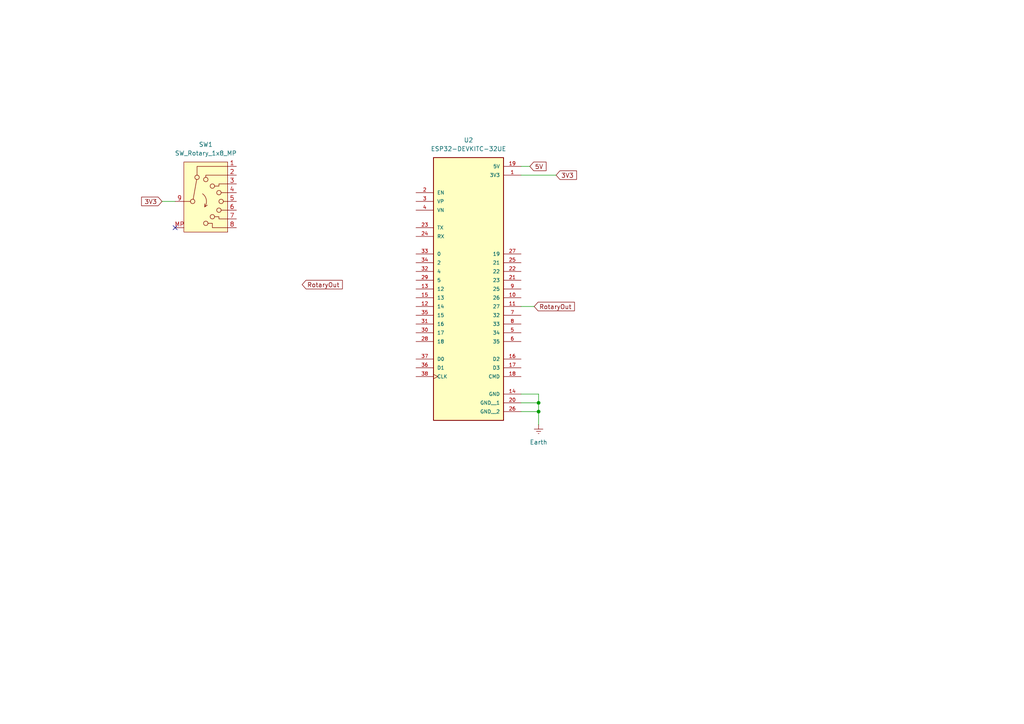
<source format=kicad_sch>
(kicad_sch (version 20231120) (generator "eeschema") (generator_version "8.0")
  (paper "A4")
  (lib_symbols
    (symbol "ESP32-DEVKITC-32UE:ESP32-DEVKITC-32UE" (pin_names (offset 1.016))
      (property "Reference" "U" (at -10.16 36.83 0))
      (property "Value" "ESP32-DEVKITC-32UE" (at -10.16 -43.18 0))
      (symbol "ESP32-DEVKITC-32UE_0_0"
        (rectangle (start -10.16 -40.64) (end 10.16 35.56) (stroke (width 0.254)) (fill (type background)))
        (pin power_in line (at 15.24 30.48 180) (length 5.08) (name "3V3") (number "1"))
        (pin bidirectional line (at 15.24 -5.08 180) (length 5.08) (name "26") (number "10"))
        (pin bidirectional line (at 15.24 -7.62 180) (length 5.08) (name "27") (number "11"))
        (pin bidirectional line (at -15.24 -7.62 0) (length 5.08) (name "14") (number "12"))
        (pin bidirectional line (at -15.24 -2.54 0) (length 5.08) (name "12") (number "13"))
        (pin power_in line (at 15.24 -33.02 180) (length 5.08) (name "GND") (number "14"))
        (pin bidirectional line (at -15.24 -5.08 0) (length 5.08) (name "13") (number "15"))
        (pin bidirectional line (at 15.24 -22.86 180) (length 5.08) (name "D2") (number "16"))
        (pin bidirectional line (at 15.24 -25.4 180) (length 5.08) (name "D3") (number "17"))
        (pin bidirectional line (at 15.24 -27.94 180) (length 5.08) (name "CMD") (number "18"))
        (pin power_in line (at 15.24 33.02 180) (length 5.08) (name "5V") (number "19"))
        (pin input line (at -15.24 25.4 0) (length 5.08) (name "EN") (number "2"))
        (pin power_in line (at 15.24 -35.56 180) (length 5.08) (name "GND__1") (number "20"))
        (pin bidirectional line (at 15.24 0 180) (length 5.08) (name "23") (number "21"))
        (pin bidirectional line (at 15.24 2.54 180) (length 5.08) (name "22") (number "22"))
        (pin bidirectional line (at -15.24 15.24 0) (length 5.08) (name "TX") (number "23"))
        (pin bidirectional line (at -15.24 12.7 0) (length 5.08) (name "RX") (number "24"))
        (pin bidirectional line (at 15.24 5.08 180) (length 5.08) (name "21") (number "25"))
        (pin power_in line (at 15.24 -38.1 180) (length 5.08) (name "GND__2") (number "26"))
        (pin bidirectional line (at 15.24 7.62 180) (length 5.08) (name "19") (number "27"))
        (pin bidirectional line (at -15.24 -17.78 0) (length 5.08) (name "18") (number "28"))
        (pin bidirectional line (at -15.24 0 0) (length 5.08) (name "5") (number "29"))
        (pin input line (at -15.24 22.86 0) (length 5.08) (name "VP") (number "3"))
        (pin bidirectional line (at -15.24 -15.24 0) (length 5.08) (name "17") (number "30"))
        (pin bidirectional line (at -15.24 -12.7 0) (length 5.08) (name "16") (number "31"))
        (pin bidirectional line (at -15.24 2.54 0) (length 5.08) (name "4") (number "32"))
        (pin bidirectional line (at -15.24 7.62 0) (length 5.08) (name "0") (number "33"))
        (pin bidirectional line (at -15.24 5.08 0) (length 5.08) (name "2") (number "34"))
        (pin bidirectional line (at -15.24 -10.16 0) (length 5.08) (name "15") (number "35"))
        (pin bidirectional line (at -15.24 -25.4 0) (length 5.08) (name "D1") (number "36"))
        (pin bidirectional line (at -15.24 -22.86 0) (length 5.08) (name "D0") (number "37"))
        (pin bidirectional clock (at -15.24 -27.94 0) (length 5.08) (name "CLK") (number "38"))
        (pin input line (at -15.24 20.32 0) (length 5.08) (name "VN") (number "4"))
        (pin bidirectional line (at 15.24 -15.24 180) (length 5.08) (name "34") (number "5"))
        (pin bidirectional line (at 15.24 -17.78 180) (length 5.08) (name "35") (number "6"))
        (pin bidirectional line (at 15.24 -10.16 180) (length 5.08) (name "32") (number "7"))
        (pin bidirectional line (at 15.24 -12.7 180) (length 5.08) (name "33") (number "8"))
        (pin bidirectional line (at 15.24 -2.54 180) (length 5.08) (name "25") (number "9"))
      )
    )
    (symbol "Switch:SW_Rotary_1x8_MP" (pin_names hide)
      (property "Reference" "SW" (at 0 12.7 0))
      (property "Value" "SW_Rotary_1x8_MP" (at 10.16 -10.16 0))
      (symbol "SW_Rotary_1x8_MP_0_1"
        (circle (center -5.08 0) (radius 0.635))
        (circle (center -3.81 6.985) (radius 0.635))
        (arc (start -1.5876 -1.5875) (mid -1.116 0.449) (end -2.2226 2.2225))
        (circle (center -1.27 -6.35) (radius 0.635))
        (circle (center -1.27 6.35) (radius 0.635))
        (polyline (pts (xy -7.62 0) (xy -5.715 0)))
        (polyline (pts (xy -4.9276 0.6604) (xy -3.9116 6.35)))
        (polyline (pts (xy -1.5876 -1.5875) (xy -1.5876 -1.5875)))
        (polyline (pts (xy -1.5876 -1.5875) (xy -1.5876 -0.6985)))
        (polyline (pts (xy -1.5876 -1.5875) (xy -0.8256 -1.0795)))
        (polyline (pts (xy 5.08 -2.54) (xy 3.175 -2.54)))
        (polyline (pts (xy 5.08 0) (xy 3.81 0)))
        (polyline (pts (xy 5.08 2.54) (xy 3.175 2.54)))
        (polyline (pts (xy 5.08 -7.62) (xy 0.635 -7.62) (xy 0.635 -6.35) (xy -0.635 -6.35)))
        (polyline (pts (xy 5.08 -5.08) (xy 2.54 -5.08) (xy 2.54 -4.445) (xy 1.27 -4.445)))
        (polyline (pts (xy 5.08 5.08) (xy 2.54 5.08) (xy 2.54 4.445) (xy 1.27 4.445)))
        (polyline (pts (xy 5.08 7.62) (xy -1.27 7.62) (xy -1.27 7.62) (xy -1.27 6.985)))
        (circle (center 0.635 -4.445) (radius 0.635))
        (circle (center 0.635 4.445) (radius 0.635))
        (circle (center 2.54 -2.54) (radius 0.635))
        (circle (center 2.54 2.54) (radius 0.635))
        (circle (center 3.175 0) (radius 0.635))
      )
      (symbol "SW_Rotary_1x8_MP_1_1"
        (polyline (pts (xy 5.08 10.16) (xy -3.81 10.16) (xy -3.81 7.62)))
        (polyline (pts (xy -7.62 11.43) (xy 5.08 11.43) (xy 5.08 -8.89) (xy -7.62 -8.89) (xy -7.62 11.43) (xy -7.62 11.43)) (fill (type background)))
        (pin passive line (at 7.62 10.16 180) (length 2.54) (name "") (number "1"))
        (pin passive line (at 7.62 7.62 180) (length 2.54) (name "") (number "2"))
        (pin passive line (at 7.62 5.08 180) (length 2.54) (name "") (number "3"))
        (pin passive line (at 7.62 2.54 180) (length 2.54) (name "") (number "4"))
        (pin passive line (at 7.62 0 180) (length 2.54) (name "") (number "5"))
        (pin passive line (at 7.62 -2.54 180) (length 2.54) (name "") (number "6"))
        (pin passive line (at 7.62 -5.08 180) (length 2.54) (name "") (number "7"))
        (pin passive line (at 7.62 -7.62 180) (length 2.54) (name "") (number "8"))
        (pin passive line (at -10.16 0 0) (length 2.54) (name "") (number "9"))
        (pin passive line (at -10.16 -7.62 0) (length 2.54) (name "") (number "MP"))
      )
    )
    (symbol "power:Earth" (power) (pin_numbers hide) (pin_names (offset 0) hide)
      (property "Value" "Earth" (at 0 -3.81 0))
      (symbol "Earth_0_1"
        (polyline (pts (xy -0.635 -1.905) (xy 0.635 -1.905)))
        (polyline (pts (xy -0.127 -2.54) (xy 0.127 -2.54)))
        (polyline (pts (xy 0 -1.27) (xy 0 0)))
        (polyline (pts (xy 1.27 -1.27) (xy -1.27 -1.27)))
      )
      (symbol "Earth_1_1"
        (pin power_in line (at 0 0 270) (length 0) (name "~") (number "1"))
      )
    )
  )
  (junction (at 156.21 116.84))
  (junction (at 156.21 119.38))
  (no_connect (at 50.8 66.04))
  (wire (pts (xy 156.21 116.84) (xy 156.21 119.38)))
  (wire (pts (xy 151.13 50.8) (xy 161.29 50.8)))
  (wire (pts (xy 151.13 88.9) (xy 154.94 88.9)))
  (wire (pts (xy 156.21 119.38) (xy 156.21 123.19)))
  (wire (pts (xy 151.13 48.26) (xy 153.67 48.26)))
  (wire (pts (xy 151.13 114.3) (xy 156.21 114.3)))
  (wire (pts (xy 156.21 114.3) (xy 156.21 116.84)))
  (wire (pts (xy 151.13 119.38) (xy 156.21 119.38)))
  (wire (pts (xy 151.13 116.84) (xy 156.21 116.84)))
  (wire (pts (xy 46.99 58.42) (xy 50.8 58.42)))
  (global_label "5V" (shape input) (at 153.67 48.26 0) (property "Intersheetrefs" "${INTERSHEET_REFS}" (effects (hide yes))))
  (global_label "RotaryOut" (shape input) (at 154.94 88.9 0) (property "Intersheetrefs" "${INTERSHEET_REFS}" (effects (hide yes))))
  (global_label "3V3" (shape input) (at 161.29 50.8 0) (property "Intersheetrefs" "${INTERSHEET_REFS}" (effects (hide yes))))
  (global_label "3V3" (shape input) (at 46.99 58.42 180) (property "Intersheetrefs" "${INTERSHEET_REFS}" (effects (hide yes))))
  (global_label "RotaryOut" (shape input) (at 87.63 82.55 0) (property "Intersheetrefs" "${INTERSHEET_REFS}" (effects (hide yes))))
  (symbol (lib_id "power:Earth") (at 156.21 123.19 0) (unit 1)
    (property "Reference" "#PWR02" (effects (hide yes)))
    (property "Value" "Earth" (at 156.21 128.27 0))
    (property "Description" "Power symbol creates a global label with name \"Earth\"" (effects (hide yes)))
  )
  (symbol (lib_id "Switch:SW_Rotary_1x8_MP") (at 60.96 58.42 0) (unit 1)
    (property "Reference" "SW1" (at 59.69 41.91 0))
    (property "Value" "SW_Rotary_1x8_MP" (at 59.69 44.45 0))
    (property "Description" "Rotary switch 1x8, SP8T with mount point" (effects (hide yes)))
  )
  (symbol (lib_id "ESP32-DEVKITC-32UE:ESP32-DEVKITC-32UE") (at 135.89 81.28 0) (unit 1)
    (property "Reference" "U2" (at 135.89 40.64 0))
    (property "Value" "ESP32-DEVKITC-32UE" (at 135.89 43.18 0))
    (property "Footprint" "ESP32-DEVKITC-32UE:ESPRESSIF_ESP32-DEVKITC-32UE" (effects (hide yes)))
    (property "PARTREV" "V4" (effects (hide yes)))
    (property "SNAPEDA_PN" "ESP32-DEVKITC-32UE" (effects (hide yes)))
    (property "MANUFACTURER" "Espressif" (effects (hide yes)))
    (property "MAXIMUM_PACKAGE_HEIGHT" "N/A" (effects (hide yes)))
    (property "STANDARD" "Manufacturer Recommendations" (effects (hide yes)))
  )
)
</source>
